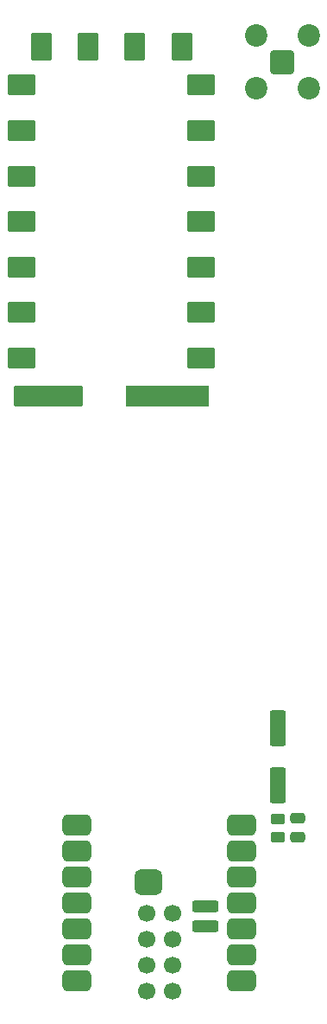
<source format=gbr>
%TF.GenerationSoftware,KiCad,Pcbnew,8.0.6*%
%TF.CreationDate,2024-10-23T18:19:57-04:00*%
%TF.ProjectId,MobileRadio,4d6f6269-6c65-4526-9164-696f2e6b6963,rev?*%
%TF.SameCoordinates,Original*%
%TF.FileFunction,Soldermask,Top*%
%TF.FilePolarity,Negative*%
%FSLAX46Y46*%
G04 Gerber Fmt 4.6, Leading zero omitted, Abs format (unit mm)*
G04 Created by KiCad (PCBNEW 8.0.6) date 2024-10-23 18:19:57*
%MOMM*%
%LPD*%
G01*
G04 APERTURE LIST*
G04 Aperture macros list*
%AMRoundRect*
0 Rectangle with rounded corners*
0 $1 Rounding radius*
0 $2 $3 $4 $5 $6 $7 $8 $9 X,Y pos of 4 corners*
0 Add a 4 corners polygon primitive as box body*
4,1,4,$2,$3,$4,$5,$6,$7,$8,$9,$2,$3,0*
0 Add four circle primitives for the rounded corners*
1,1,$1+$1,$2,$3*
1,1,$1+$1,$4,$5*
1,1,$1+$1,$6,$7*
1,1,$1+$1,$8,$9*
0 Add four rect primitives between the rounded corners*
20,1,$1+$1,$2,$3,$4,$5,0*
20,1,$1+$1,$4,$5,$6,$7,0*
20,1,$1+$1,$6,$7,$8,$9,0*
20,1,$1+$1,$8,$9,$2,$3,0*%
G04 Aperture macros list end*
%ADD10RoundRect,0.525400X0.900400X0.525400X-0.900400X0.525400X-0.900400X-0.525400X0.900400X-0.525400X0*%
%ADD11RoundRect,0.300400X-1.000400X-0.300400X1.000400X-0.300400X1.000400X0.300400X-1.000400X0.300400X0*%
%ADD12C,1.700000*%
%ADD13RoundRect,0.625000X0.750000X0.625000X-0.750000X0.625000X-0.750000X-0.625000X0.750000X-0.625000X0*%
%ADD14RoundRect,0.250000X-0.450000X0.262500X-0.450000X-0.262500X0.450000X-0.262500X0.450000X0.262500X0*%
%ADD15RoundRect,0.250000X0.550000X-1.500000X0.550000X1.500000X-0.550000X1.500000X-0.550000X-1.500000X0*%
%ADD16RoundRect,0.250000X-0.475000X0.250000X-0.475000X-0.250000X0.475000X-0.250000X0.475000X0.250000X0*%
%ADD17RoundRect,0.200100X-0.949900X-0.949900X0.949900X-0.949900X0.949900X0.949900X-0.949900X0.949900X0*%
%ADD18C,2.200000*%
%ADD19RoundRect,0.102000X1.235000X-0.940000X1.235000X0.940000X-1.235000X0.940000X-1.235000X-0.940000X0*%
%ADD20RoundRect,0.102000X0.940000X-1.235000X0.940000X1.235000X-0.940000X1.235000X-0.940000X-1.235000X0*%
%ADD21RoundRect,0.102000X3.300000X-0.900000X3.300000X0.900000X-3.300000X0.900000X-3.300000X-0.900000X0*%
%ADD22RoundRect,0.102000X4.000000X-0.900000X4.000000X0.900000X-4.000000X0.900000X-4.000000X-0.900000X0*%
G04 APERTURE END LIST*
D10*
%TO.C,U1*%
X124995500Y-146939750D03*
X124995500Y-144399750D03*
X124995500Y-141859750D03*
X124995500Y-139319750D03*
X124995500Y-136779750D03*
X124995500Y-134239750D03*
X124995500Y-131699750D03*
X108830500Y-131699750D03*
X108830500Y-134239750D03*
X108830500Y-136779750D03*
X108830500Y-139319750D03*
X108830500Y-141859750D03*
X108830500Y-144399750D03*
X108830500Y-146939750D03*
D11*
X121385500Y-139701750D03*
X121385500Y-141606750D03*
D12*
X118210500Y-147951750D03*
X115670500Y-147951750D03*
X118210500Y-145411750D03*
X115670500Y-145411750D03*
X118210500Y-142871750D03*
X115670500Y-142871750D03*
X118210500Y-140331750D03*
X115670500Y-140331750D03*
D13*
X115820500Y-137319750D03*
%TD*%
D14*
%TO.C,R1*%
X128500000Y-131087500D03*
X128500000Y-132912500D03*
%TD*%
D15*
%TO.C,C2*%
X128500000Y-127800000D03*
X128500000Y-122200000D03*
%TD*%
D16*
%TO.C,C1*%
X130500000Y-131000000D03*
X130500000Y-132900000D03*
%TD*%
D17*
%TO.C,J1*%
X129000000Y-57000000D03*
D18*
X126450000Y-54450000D03*
X126450000Y-59550000D03*
X131550000Y-54450000D03*
X131550000Y-59550000D03*
%TD*%
D19*
%TO.C,U2*%
X103375000Y-85975000D03*
X103375000Y-81525000D03*
X103375000Y-77075000D03*
X103375000Y-72625000D03*
X103375000Y-68175000D03*
X103375000Y-63725000D03*
X103375000Y-59275000D03*
D20*
X105300000Y-55500000D03*
X109900000Y-55500000D03*
X114500000Y-55500000D03*
X119100000Y-55500000D03*
D19*
X121025000Y-59275000D03*
X121025000Y-63725000D03*
X121025000Y-68175000D03*
X121025000Y-72625000D03*
X121025000Y-77075000D03*
X121025000Y-81525000D03*
X121025000Y-85975000D03*
D21*
X106000000Y-89750000D03*
D22*
X117700000Y-89750000D03*
%TD*%
M02*

</source>
